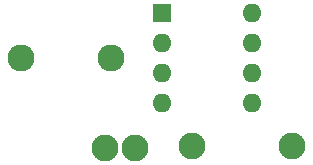
<source format=gbr>
%TF.GenerationSoftware,KiCad,Pcbnew,7.0.6-0*%
%TF.CreationDate,2023-08-01T21:24:21-04:00*%
%TF.ProjectId,Light_Alarm,4c696768-745f-4416-9c61-726d2e6b6963,rev?*%
%TF.SameCoordinates,Original*%
%TF.FileFunction,Soldermask,Bot*%
%TF.FilePolarity,Negative*%
%FSLAX46Y46*%
G04 Gerber Fmt 4.6, Leading zero omitted, Abs format (unit mm)*
G04 Created by KiCad (PCBNEW 7.0.6-0) date 2023-08-01 21:24:21*
%MOMM*%
%LPD*%
G01*
G04 APERTURE LIST*
G04 Aperture macros list*
%AMFreePoly0*
4,1,35,0.312797,1.099367,0.509479,1.023172,0.688811,0.912134,0.844687,0.770034,0.971798,0.601712,1.065816,0.412899,1.123538,0.210026,1.143000,0.000000,1.123538,-0.210026,1.065816,-0.412899,0.971798,-0.601712,0.844687,-0.770034,0.688811,-0.912134,0.509479,-1.023172,0.312797,-1.099367,0.105463,-1.138124,-0.105463,-1.138124,-0.312797,-1.099367,-0.509479,-1.023172,-0.688811,-0.912134,
-0.844687,-0.770034,-0.971798,-0.601712,-1.065816,-0.412899,-1.123538,-0.210026,-1.143000,0.000000,-1.123538,0.210026,-1.065816,0.412899,-0.971798,0.601712,-0.844687,0.770034,-0.688811,0.912134,-0.509479,1.023172,-0.312797,1.099367,-0.105463,1.138124,0.105463,1.138124,0.312797,1.099367,0.312797,1.099367,$1*%
G04 Aperture macros list end*
%ADD10C,2.286000*%
%ADD11R,1.600000X1.600000*%
%ADD12O,1.600000X1.600000*%
%ADD13FreePoly0,0.000000*%
G04 APERTURE END LIST*
D10*
%TO.C,U3*%
X143865000Y-93980000D03*
X151465000Y-93980000D03*
%TD*%
D11*
%TO.C,U1*%
X155815000Y-90215000D03*
D12*
X155815000Y-92755000D03*
X155815000Y-95295000D03*
X155815000Y-97835000D03*
X163435000Y-97835000D03*
X163435000Y-95295000D03*
X163435000Y-92755000D03*
X163435000Y-90215000D03*
%TD*%
D13*
%TO.C,R2*%
X158310000Y-101500000D03*
X166810000Y-101500000D03*
%TD*%
%TO.C,R1*%
X151000000Y-101600000D03*
X153540000Y-101600000D03*
%TD*%
M02*

</source>
